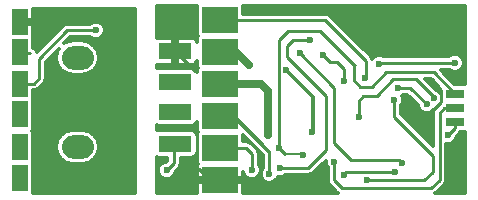
<source format=gbr>
G04 #@! TF.FileFunction,Copper,L2,Bot,Signal*
%FSLAX46Y46*%
G04 Gerber Fmt 4.6, Leading zero omitted, Abs format (unit mm)*
G04 Created by KiCad (PCBNEW 4.0.2-stable) date 2016-05-08 01:04:35*
%MOMM*%
G01*
G04 APERTURE LIST*
%ADD10C,0.020000*%
%ADD11R,2.800000X1.400000*%
%ADD12O,2.700000X2.000000*%
%ADD13R,1.524000X0.800000*%
%ADD14R,2.830000X1.400000*%
%ADD15R,1.400000X2.200000*%
%ADD16C,0.600000*%
%ADD17C,0.500000*%
%ADD18C,0.350000*%
%ADD19C,0.700000*%
%ADD20C,0.250000*%
%ADD21C,0.300000*%
%ADD22C,0.200000*%
%ADD23C,0.700000*%
G04 APERTURE END LIST*
D10*
D11*
X47600000Y-173650000D03*
D12*
X39350000Y-166350000D03*
X39350000Y-173900000D03*
D10*
G36*
X52900000Y-169700000D02*
X49900000Y-169700000D01*
X49900000Y-167500000D01*
X52900000Y-167500000D01*
X52900000Y-169700000D01*
X52900000Y-169700000D01*
G37*
G36*
X52900000Y-167000000D02*
X49900000Y-167000000D01*
X49900000Y-164800000D01*
X52900000Y-164800000D01*
X52900000Y-167000000D01*
X52900000Y-167000000D01*
G37*
G36*
X52900000Y-164300000D02*
X49900000Y-164300000D01*
X49900000Y-162100000D01*
X52900000Y-162100000D01*
X52900000Y-164300000D01*
X52900000Y-164300000D01*
G37*
G36*
X49900000Y-170200000D02*
X52900000Y-170200000D01*
X52900000Y-172400000D01*
X49900000Y-172400000D01*
X49900000Y-170200000D01*
X49900000Y-170200000D01*
G37*
G36*
X52900000Y-175100000D02*
X49900000Y-175100000D01*
X49900000Y-172900000D01*
X52900000Y-172900000D01*
X52900000Y-175100000D01*
X52900000Y-175100000D01*
G37*
G36*
X52900000Y-177800000D02*
X49900000Y-177800000D01*
X49900000Y-175600000D01*
X52900000Y-175600000D01*
X52900000Y-177800000D01*
X52900000Y-177800000D01*
G37*
D13*
X71300000Y-169400000D03*
X71300000Y-170600000D03*
X71300000Y-171800000D03*
D11*
X47600000Y-165800000D03*
X47600000Y-168400000D03*
D14*
X47600000Y-170950000D03*
D15*
X34450000Y-171150000D03*
X34450000Y-173950000D03*
X34450000Y-176550000D03*
X34450000Y-168550000D03*
X34450000Y-163350000D03*
X34450000Y-165900000D03*
D16*
X50450000Y-174300000D03*
D17*
X34700000Y-165950000D03*
D16*
X64900000Y-166900000D03*
X56450000Y-175700000D03*
X59000000Y-164900000D03*
X54100000Y-175900000D03*
X71300000Y-166800000D03*
X61900000Y-168300000D03*
X60100000Y-166100000D03*
X42250000Y-169150000D03*
X49050000Y-172250000D03*
D17*
X71350000Y-175900000D03*
D18*
X63750000Y-164150000D03*
D19*
X47600000Y-165800000D03*
D16*
X69150000Y-173300000D03*
X69350000Y-168300000D03*
X57000000Y-167400000D03*
X59200000Y-172650000D03*
D19*
X47650000Y-168200000D03*
D16*
X66200000Y-176000000D03*
X61900000Y-176300000D03*
X69500000Y-169800000D03*
X63150000Y-171400000D03*
X61100000Y-175150000D03*
X58450000Y-174600000D03*
X56400000Y-174000000D03*
X47600000Y-170950000D03*
X46900000Y-175900000D03*
D19*
X34700000Y-171250000D03*
X55500000Y-172900000D03*
X34700000Y-173950000D03*
X53900000Y-167000000D03*
D16*
X66150000Y-169900000D03*
X63900000Y-176750000D03*
X40900000Y-164050000D03*
X55600000Y-176200000D03*
D17*
X34650000Y-168400000D03*
D16*
X63700000Y-168100000D03*
D19*
X34700000Y-176550000D03*
D16*
X66850000Y-175300000D03*
X58200000Y-166000000D03*
X70700000Y-172900000D03*
X66500000Y-168900000D03*
X68900000Y-170300000D03*
D20*
X50450000Y-174300000D02*
X50750000Y-174000000D01*
X50750000Y-174000000D02*
X51400000Y-174000000D01*
X34150000Y-164950000D02*
X34250000Y-165050000D01*
X34250000Y-165050000D02*
X34350000Y-164950000D01*
X64950000Y-166900000D02*
X65000000Y-166800000D01*
X64950000Y-166950000D02*
X64950000Y-166900000D01*
X64900000Y-166900000D02*
X64950000Y-166950000D01*
X56450000Y-175700000D02*
X57500000Y-175700000D01*
X57500000Y-175700000D02*
X58900000Y-175700000D01*
X60400000Y-174200000D02*
X60400000Y-169600000D01*
X60400000Y-169600000D02*
X57100000Y-166300000D01*
X57100000Y-166300000D02*
X57100000Y-165400000D01*
X57100000Y-165400000D02*
X57600000Y-164900000D01*
X57600000Y-164900000D02*
X59000000Y-164900000D01*
X58900000Y-175700000D02*
X60400000Y-174200000D01*
X50550000Y-174450000D02*
X50700000Y-174000000D01*
X50700000Y-174000000D02*
X51400000Y-174000000D01*
X53600000Y-174000000D02*
X51400000Y-174000000D01*
X54100000Y-175900000D02*
X54100000Y-174500000D01*
X54100000Y-174500000D02*
X53600000Y-174000000D01*
X51700000Y-174000000D02*
X51400000Y-174000000D01*
X65000000Y-166800000D02*
X71300000Y-166800000D01*
X34700000Y-166000000D02*
X35350000Y-166000000D01*
X34700000Y-166000000D02*
X35150000Y-166000000D01*
X61900000Y-167300000D02*
X61900000Y-168300000D01*
X61300000Y-166700000D02*
X61900000Y-167300000D01*
X60700000Y-166700000D02*
X61300000Y-166700000D01*
X60100000Y-166100000D02*
X60700000Y-166700000D01*
D21*
X42250000Y-163900000D02*
X42250000Y-169150000D01*
X41650000Y-163300000D02*
X42250000Y-163900000D01*
X41650000Y-163300000D02*
X34750000Y-163300000D01*
D20*
X49050000Y-172250000D02*
X49300000Y-172500000D01*
X49300000Y-172500000D02*
X49350000Y-172500000D01*
X49350000Y-172500000D02*
X49500000Y-172650000D01*
X49500000Y-172650000D02*
X49500000Y-175700000D01*
X49500000Y-175700000D02*
X49600000Y-175800000D01*
X49600000Y-175800000D02*
X49600000Y-175850000D01*
X49600000Y-175850000D02*
X49600000Y-175800000D01*
X71100000Y-175800000D02*
X70950000Y-175650000D01*
X71250000Y-175800000D02*
X71100000Y-175800000D01*
X71350000Y-175900000D02*
X71250000Y-175800000D01*
X62950000Y-163350000D02*
X62650000Y-163350000D01*
X63750000Y-164150000D02*
X62950000Y-163350000D01*
X51400000Y-176700000D02*
X50500000Y-176700000D01*
X50500000Y-176700000D02*
X49600000Y-175800000D01*
X49600000Y-175800000D02*
X49300000Y-175500000D01*
X49300000Y-167500000D02*
X47600000Y-165800000D01*
X48500000Y-165350000D02*
X48750000Y-165526000D01*
X48750000Y-165526000D02*
X48500000Y-165950000D01*
X69400000Y-173050000D02*
X69150000Y-173300000D01*
X69400000Y-170850000D02*
X69400000Y-173050000D01*
X70150000Y-170100000D02*
X69400000Y-170850000D01*
X70150000Y-169100000D02*
X70150000Y-170100000D01*
X69350000Y-168300000D02*
X70150000Y-169100000D01*
X50700000Y-176700000D02*
X51400000Y-176700000D01*
D21*
X59250000Y-169650000D02*
X57000000Y-167400000D01*
X59250000Y-172600000D02*
X59250000Y-169650000D01*
X59200000Y-172650000D02*
X59250000Y-172600000D01*
D20*
X47650000Y-168200000D02*
X47460000Y-168390000D01*
X47460000Y-168390000D02*
X47400000Y-168350000D01*
X47750000Y-168090000D02*
X47624000Y-168216000D01*
X47624000Y-168216000D02*
X47400000Y-168050000D01*
X61900000Y-176200000D02*
X62100000Y-176000000D01*
X62100000Y-176000000D02*
X65500000Y-176000000D01*
X61900000Y-176200000D02*
X61900000Y-176300000D01*
X66200000Y-176000000D02*
X65500000Y-176000000D01*
X61900000Y-176300000D02*
X62000000Y-176200000D01*
X63550000Y-169600000D02*
X63150000Y-170000000D01*
X64700000Y-169600000D02*
X63550000Y-169600000D01*
X69500000Y-169700000D02*
X69500000Y-169800000D01*
X68000000Y-168200000D02*
X69500000Y-169700000D01*
X66100000Y-168200000D02*
X68000000Y-168200000D01*
X64700000Y-169600000D02*
X66100000Y-168200000D01*
X63150000Y-170000000D02*
X63150000Y-171400000D01*
X69200000Y-177400000D02*
X61750000Y-177400000D01*
X71300000Y-170600000D02*
X70400000Y-170600000D01*
X70000000Y-171000000D02*
X70400000Y-170600000D01*
X70000000Y-172900000D02*
X70000000Y-171000000D01*
X69200000Y-177400000D02*
X69300000Y-177400000D01*
X70000000Y-176700000D02*
X70000000Y-172900000D01*
X69300000Y-177400000D02*
X70000000Y-176700000D01*
X61100000Y-176750000D02*
X61100000Y-175150000D01*
X61750000Y-177400000D02*
X61100000Y-176750000D01*
D22*
X56900000Y-174500000D02*
X58350000Y-174500000D01*
X58450000Y-174600000D02*
X58350000Y-174500000D01*
X56900000Y-174500000D02*
X56400000Y-174000000D01*
D20*
X56900000Y-174500000D02*
X56400000Y-174000000D01*
X62750000Y-166950000D02*
X62750000Y-168250000D01*
X69500000Y-167600000D02*
X71300000Y-169400000D01*
X65500000Y-167600000D02*
X69500000Y-167600000D01*
X64300000Y-168800000D02*
X65500000Y-167600000D01*
X63300000Y-168800000D02*
X64300000Y-168800000D01*
X62750000Y-168250000D02*
X63300000Y-168800000D01*
X56400000Y-174000000D02*
X56400000Y-164900000D01*
X56400000Y-164900000D02*
X57200000Y-164100000D01*
X57200000Y-164100000D02*
X59900000Y-164100000D01*
X59900000Y-164100000D02*
X62750000Y-166950000D01*
X62750000Y-166950000D02*
X62800000Y-167000000D01*
X47500000Y-175300000D02*
X47500000Y-173650000D01*
X46900000Y-175900000D02*
X47500000Y-175300000D01*
D23*
X54900000Y-168600000D02*
X51400000Y-168600000D01*
X55500000Y-169200000D02*
X54900000Y-168600000D01*
X55500000Y-172900000D02*
X55500000Y-169200000D01*
X53900000Y-167000000D02*
X52800000Y-165900000D01*
X52800000Y-165900000D02*
X51400000Y-165900000D01*
D20*
X66150000Y-171400000D02*
X66150000Y-169900000D01*
X69450000Y-174700000D02*
X66150000Y-171400000D01*
X69450000Y-176000000D02*
X69450000Y-174700000D01*
X68700000Y-176750000D02*
X69450000Y-176000000D01*
X63900000Y-176750000D02*
X68700000Y-176750000D01*
X40900000Y-164050000D02*
X38500000Y-164050000D01*
X38500000Y-164050000D02*
X36100000Y-166450000D01*
D21*
X40900000Y-164050000D02*
X40850000Y-164000000D01*
D20*
X36100000Y-166450000D02*
X36100000Y-167150000D01*
X36100000Y-167150000D02*
X36100000Y-168100000D01*
X36100000Y-168100000D02*
X35650000Y-168550000D01*
X35650000Y-168550000D02*
X34700000Y-168550000D01*
D21*
X52600000Y-171300000D02*
X55600000Y-174300000D01*
D20*
X55600000Y-174300000D02*
X55600000Y-176200000D01*
D21*
X51400000Y-171300000D02*
X52600000Y-171300000D01*
D20*
X60300000Y-163200000D02*
X63750000Y-166650000D01*
X60300000Y-163200000D02*
X51400000Y-163200000D01*
X63700000Y-168100000D02*
X63750000Y-168050000D01*
X63750000Y-168050000D02*
X63750000Y-166650000D01*
X61100000Y-173000000D02*
X61100000Y-173600000D01*
X61100000Y-170200000D02*
X61100000Y-173000000D01*
X61100000Y-173600000D02*
X62500000Y-175000000D01*
X66550000Y-175000000D02*
X62500000Y-175000000D01*
X66850000Y-175300000D02*
X66550000Y-175000000D01*
X61100000Y-168900000D02*
X58200000Y-166000000D01*
X61100000Y-170300000D02*
X61100000Y-170200000D01*
X61100000Y-170200000D02*
X61100000Y-168900000D01*
X71300000Y-172300000D02*
X70700000Y-172900000D01*
X71300000Y-171800000D02*
X71300000Y-172300000D01*
X67500000Y-168900000D02*
X66500000Y-168900000D01*
X68900000Y-170300000D02*
X67500000Y-168900000D01*
D21*
G36*
X35572668Y-177828505D02*
X35608816Y-177650000D01*
X35608816Y-175450000D01*
X35577438Y-175283240D01*
X35556986Y-175251456D01*
X35572668Y-175228505D01*
X35608816Y-175050000D01*
X35608816Y-172850000D01*
X35577438Y-172683240D01*
X35490708Y-172548457D01*
X35572668Y-172428505D01*
X35608816Y-172250000D01*
X35608816Y-170050000D01*
X35577438Y-169883240D01*
X35556986Y-169851456D01*
X35572668Y-169828505D01*
X35608816Y-169650000D01*
X35608816Y-169125000D01*
X35650000Y-169125000D01*
X35870043Y-169081231D01*
X36056586Y-168956586D01*
X36506586Y-168506586D01*
X36631231Y-168320043D01*
X36675000Y-168100000D01*
X36675000Y-166688173D01*
X37739985Y-165623187D01*
X37625111Y-165795109D01*
X37514736Y-166350000D01*
X37625111Y-166904891D01*
X37939431Y-167375305D01*
X38409845Y-167689625D01*
X38964736Y-167800000D01*
X39735264Y-167800000D01*
X40290155Y-167689625D01*
X40760569Y-167375305D01*
X41074889Y-166904891D01*
X41185264Y-166350000D01*
X41074889Y-165795109D01*
X40760569Y-165324695D01*
X40290155Y-165010375D01*
X39735264Y-164900000D01*
X38964736Y-164900000D01*
X38409845Y-165010375D01*
X38237923Y-165125250D01*
X38738172Y-164625000D01*
X40414262Y-164625000D01*
X40474605Y-164685448D01*
X40750161Y-164799869D01*
X41048530Y-164800130D01*
X41324286Y-164686189D01*
X41535448Y-164475395D01*
X41649869Y-164199839D01*
X41650130Y-163901470D01*
X41536189Y-163625714D01*
X41325395Y-163414552D01*
X41049839Y-163300131D01*
X40751470Y-163299870D01*
X40475714Y-163413811D01*
X40414418Y-163475000D01*
X38500000Y-163475000D01*
X38279957Y-163518769D01*
X38093414Y-163643414D01*
X35893780Y-165843047D01*
X35881231Y-165779957D01*
X35756586Y-165593414D01*
X35608816Y-165494676D01*
X35608816Y-164800000D01*
X35577438Y-164633240D01*
X35567544Y-164617865D01*
X35600000Y-164539511D01*
X35600000Y-163612500D01*
X35487500Y-163500000D01*
X34600000Y-163500000D01*
X34600000Y-163520000D01*
X34300000Y-163520000D01*
X34300000Y-163500000D01*
X34280000Y-163500000D01*
X34280000Y-163200000D01*
X34300000Y-163200000D01*
X34300000Y-163180000D01*
X34600000Y-163180000D01*
X34600000Y-163200000D01*
X35487500Y-163200000D01*
X35600000Y-163087500D01*
X35600000Y-162250000D01*
X44250000Y-162250000D01*
X44250000Y-173900000D01*
X41185264Y-173900000D01*
X41074889Y-173345109D01*
X40760569Y-172874695D01*
X40290155Y-172560375D01*
X39735264Y-172450000D01*
X38964736Y-172450000D01*
X38409845Y-172560375D01*
X37939431Y-172874695D01*
X37625111Y-173345109D01*
X37514736Y-173900000D01*
X37625111Y-174454891D01*
X37939431Y-174925305D01*
X38409845Y-175239625D01*
X38964736Y-175350000D01*
X39735264Y-175350000D01*
X40290155Y-175239625D01*
X40760569Y-174925305D01*
X41074889Y-174454891D01*
X41185264Y-173900000D01*
X44250000Y-173900000D01*
X44250000Y-177850000D01*
X35557981Y-177850000D01*
X35572668Y-177828505D01*
X35572668Y-177828505D01*
G37*
X35572668Y-177828505D02*
X35608816Y-177650000D01*
X35608816Y-175450000D01*
X35577438Y-175283240D01*
X35556986Y-175251456D01*
X35572668Y-175228505D01*
X35608816Y-175050000D01*
X35608816Y-172850000D01*
X35577438Y-172683240D01*
X35490708Y-172548457D01*
X35572668Y-172428505D01*
X35608816Y-172250000D01*
X35608816Y-170050000D01*
X35577438Y-169883240D01*
X35556986Y-169851456D01*
X35572668Y-169828505D01*
X35608816Y-169650000D01*
X35608816Y-169125000D01*
X35650000Y-169125000D01*
X35870043Y-169081231D01*
X36056586Y-168956586D01*
X36506586Y-168506586D01*
X36631231Y-168320043D01*
X36675000Y-168100000D01*
X36675000Y-166688173D01*
X37739985Y-165623187D01*
X37625111Y-165795109D01*
X37514736Y-166350000D01*
X37625111Y-166904891D01*
X37939431Y-167375305D01*
X38409845Y-167689625D01*
X38964736Y-167800000D01*
X39735264Y-167800000D01*
X40290155Y-167689625D01*
X40760569Y-167375305D01*
X41074889Y-166904891D01*
X41185264Y-166350000D01*
X41074889Y-165795109D01*
X40760569Y-165324695D01*
X40290155Y-165010375D01*
X39735264Y-164900000D01*
X38964736Y-164900000D01*
X38409845Y-165010375D01*
X38237923Y-165125250D01*
X38738172Y-164625000D01*
X40414262Y-164625000D01*
X40474605Y-164685448D01*
X40750161Y-164799869D01*
X41048530Y-164800130D01*
X41324286Y-164686189D01*
X41535448Y-164475395D01*
X41649869Y-164199839D01*
X41650130Y-163901470D01*
X41536189Y-163625714D01*
X41325395Y-163414552D01*
X41049839Y-163300131D01*
X40751470Y-163299870D01*
X40475714Y-163413811D01*
X40414418Y-163475000D01*
X38500000Y-163475000D01*
X38279957Y-163518769D01*
X38093414Y-163643414D01*
X35893780Y-165843047D01*
X35881231Y-165779957D01*
X35756586Y-165593414D01*
X35608816Y-165494676D01*
X35608816Y-164800000D01*
X35577438Y-164633240D01*
X35567544Y-164617865D01*
X35600000Y-164539511D01*
X35600000Y-163612500D01*
X35487500Y-163500000D01*
X34600000Y-163500000D01*
X34600000Y-163520000D01*
X34300000Y-163520000D01*
X34300000Y-163500000D01*
X34280000Y-163500000D01*
X34280000Y-163200000D01*
X34300000Y-163200000D01*
X34300000Y-163180000D01*
X34600000Y-163180000D01*
X34600000Y-163200000D01*
X35487500Y-163200000D01*
X35600000Y-163087500D01*
X35600000Y-162250000D01*
X44250000Y-162250000D01*
X44250000Y-173900000D01*
X41185264Y-173900000D01*
X41074889Y-173345109D01*
X40760569Y-172874695D01*
X40290155Y-172560375D01*
X39735264Y-172450000D01*
X38964736Y-172450000D01*
X38409845Y-172560375D01*
X37939431Y-172874695D01*
X37625111Y-173345109D01*
X37514736Y-173900000D01*
X37625111Y-174454891D01*
X37939431Y-174925305D01*
X38409845Y-175239625D01*
X38964736Y-175350000D01*
X39735264Y-175350000D01*
X40290155Y-175239625D01*
X40760569Y-174925305D01*
X41074889Y-174454891D01*
X41185264Y-173900000D01*
X44250000Y-173900000D01*
X44250000Y-177850000D01*
X35557981Y-177850000D01*
X35572668Y-177828505D01*
G36*
X72150000Y-177849715D02*
X69649141Y-177844970D01*
X69706586Y-177806586D01*
X70406586Y-177106587D01*
X70531231Y-176920043D01*
X70535510Y-176898530D01*
X70575000Y-176700000D01*
X70575000Y-173649891D01*
X70848530Y-173650130D01*
X71124286Y-173536189D01*
X71335448Y-173325395D01*
X71449869Y-173049839D01*
X71449945Y-172963227D01*
X71706586Y-172706586D01*
X71738505Y-172658816D01*
X72062000Y-172658816D01*
X72150000Y-172642258D01*
X72150000Y-177849715D01*
X72150000Y-177849715D01*
G37*
X72150000Y-177849715D02*
X69649141Y-177844970D01*
X69706586Y-177806586D01*
X70406586Y-177106587D01*
X70531231Y-176920043D01*
X70535510Y-176898530D01*
X70575000Y-176700000D01*
X70575000Y-173649891D01*
X70848530Y-173650130D01*
X71124286Y-173536189D01*
X71335448Y-173325395D01*
X71449869Y-173049839D01*
X71449945Y-172963227D01*
X71706586Y-172706586D01*
X71738505Y-172658816D01*
X72062000Y-172658816D01*
X72150000Y-172642258D01*
X72150000Y-177849715D01*
G36*
X55025000Y-174573528D02*
X55025000Y-175714262D01*
X54964552Y-175774605D01*
X54850131Y-176050161D01*
X54849870Y-176348530D01*
X54963811Y-176624286D01*
X55174605Y-176835448D01*
X55450161Y-176949869D01*
X55748530Y-176950130D01*
X56024286Y-176836189D01*
X56235448Y-176625395D01*
X56308330Y-176449876D01*
X56598530Y-176450130D01*
X56874286Y-176336189D01*
X56935582Y-176275000D01*
X58900000Y-176275000D01*
X59120043Y-176231231D01*
X59306586Y-176106586D01*
X60350076Y-175063097D01*
X60349870Y-175298530D01*
X60463811Y-175574286D01*
X60525000Y-175635582D01*
X60525000Y-176750000D01*
X60561888Y-176935448D01*
X60568769Y-176970043D01*
X60693414Y-177156586D01*
X61343414Y-177806587D01*
X61377367Y-177829273D01*
X53355970Y-177814053D01*
X53358816Y-177800000D01*
X53358816Y-176850000D01*
X51550000Y-176850000D01*
X51550000Y-176870000D01*
X51250000Y-176870000D01*
X51250000Y-176850000D01*
X49441184Y-176850000D01*
X49441184Y-177800000D01*
X49442431Y-177806626D01*
X46100000Y-177800284D01*
X46100000Y-174788566D01*
X46200000Y-174808816D01*
X46925000Y-174808816D01*
X46925000Y-175061828D01*
X46836883Y-175149945D01*
X46751470Y-175149870D01*
X46475714Y-175263811D01*
X46264552Y-175474605D01*
X46150131Y-175750161D01*
X46149870Y-176048530D01*
X46263811Y-176324286D01*
X46474605Y-176535448D01*
X46750161Y-176649869D01*
X47048530Y-176650130D01*
X47324286Y-176536189D01*
X47535448Y-176325395D01*
X47649869Y-176049839D01*
X47649945Y-175963227D01*
X47906586Y-175706586D01*
X48031231Y-175520043D01*
X48036528Y-175493414D01*
X48075000Y-175300000D01*
X48075000Y-174808816D01*
X49000000Y-174808816D01*
X49166760Y-174777438D01*
X49319919Y-174678883D01*
X49422668Y-174528505D01*
X49441184Y-174437070D01*
X49441184Y-175100000D01*
X49472562Y-175266760D01*
X49526153Y-175350043D01*
X49477332Y-175421495D01*
X49441184Y-175600000D01*
X49441184Y-176550000D01*
X51250000Y-176550000D01*
X51250000Y-176530000D01*
X51550000Y-176530000D01*
X51550000Y-176550000D01*
X53358816Y-176550000D01*
X53358816Y-176070181D01*
X53463811Y-176324286D01*
X53674605Y-176535448D01*
X53950161Y-176649869D01*
X54248530Y-176650130D01*
X54524286Y-176536189D01*
X54735448Y-176325395D01*
X54849869Y-176049839D01*
X54850130Y-175751470D01*
X54736189Y-175475714D01*
X54675000Y-175414418D01*
X54675000Y-174500000D01*
X54631231Y-174279957D01*
X54506587Y-174093414D01*
X54006586Y-173593414D01*
X53820043Y-173468769D01*
X53600000Y-173425000D01*
X53358816Y-173425000D01*
X53358816Y-172907344D01*
X55025000Y-174573528D01*
X55025000Y-174573528D01*
G37*
X55025000Y-174573528D02*
X55025000Y-175714262D01*
X54964552Y-175774605D01*
X54850131Y-176050161D01*
X54849870Y-176348530D01*
X54963811Y-176624286D01*
X55174605Y-176835448D01*
X55450161Y-176949869D01*
X55748530Y-176950130D01*
X56024286Y-176836189D01*
X56235448Y-176625395D01*
X56308330Y-176449876D01*
X56598530Y-176450130D01*
X56874286Y-176336189D01*
X56935582Y-176275000D01*
X58900000Y-176275000D01*
X59120043Y-176231231D01*
X59306586Y-176106586D01*
X60350076Y-175063097D01*
X60349870Y-175298530D01*
X60463811Y-175574286D01*
X60525000Y-175635582D01*
X60525000Y-176750000D01*
X60561888Y-176935448D01*
X60568769Y-176970043D01*
X60693414Y-177156586D01*
X61343414Y-177806587D01*
X61377367Y-177829273D01*
X53355970Y-177814053D01*
X53358816Y-177800000D01*
X53358816Y-176850000D01*
X51550000Y-176850000D01*
X51550000Y-176870000D01*
X51250000Y-176870000D01*
X51250000Y-176850000D01*
X49441184Y-176850000D01*
X49441184Y-177800000D01*
X49442431Y-177806626D01*
X46100000Y-177800284D01*
X46100000Y-174788566D01*
X46200000Y-174808816D01*
X46925000Y-174808816D01*
X46925000Y-175061828D01*
X46836883Y-175149945D01*
X46751470Y-175149870D01*
X46475714Y-175263811D01*
X46264552Y-175474605D01*
X46150131Y-175750161D01*
X46149870Y-176048530D01*
X46263811Y-176324286D01*
X46474605Y-176535448D01*
X46750161Y-176649869D01*
X47048530Y-176650130D01*
X47324286Y-176536189D01*
X47535448Y-176325395D01*
X47649869Y-176049839D01*
X47649945Y-175963227D01*
X47906586Y-175706586D01*
X48031231Y-175520043D01*
X48036528Y-175493414D01*
X48075000Y-175300000D01*
X48075000Y-174808816D01*
X49000000Y-174808816D01*
X49166760Y-174777438D01*
X49319919Y-174678883D01*
X49422668Y-174528505D01*
X49441184Y-174437070D01*
X49441184Y-175100000D01*
X49472562Y-175266760D01*
X49526153Y-175350043D01*
X49477332Y-175421495D01*
X49441184Y-175600000D01*
X49441184Y-176550000D01*
X51250000Y-176550000D01*
X51250000Y-176530000D01*
X51550000Y-176530000D01*
X51550000Y-176550000D01*
X53358816Y-176550000D01*
X53358816Y-176070181D01*
X53463811Y-176324286D01*
X53674605Y-176535448D01*
X53950161Y-176649869D01*
X54248530Y-176650130D01*
X54524286Y-176536189D01*
X54735448Y-176325395D01*
X54849869Y-176049839D01*
X54850130Y-175751470D01*
X54736189Y-175475714D01*
X54675000Y-175414418D01*
X54675000Y-174500000D01*
X54631231Y-174279957D01*
X54506587Y-174093414D01*
X54006586Y-173593414D01*
X53820043Y-173468769D01*
X53600000Y-173425000D01*
X53358816Y-173425000D01*
X53358816Y-172907344D01*
X55025000Y-174573528D01*
G36*
X68149945Y-170363117D02*
X68149870Y-170448530D01*
X68263811Y-170724286D01*
X68474605Y-170935448D01*
X68750161Y-171049869D01*
X69048530Y-171050130D01*
X69324286Y-170936189D01*
X69465790Y-170794931D01*
X69425000Y-171000000D01*
X69425000Y-173861827D01*
X66725000Y-171161828D01*
X66725000Y-170385738D01*
X66785448Y-170325395D01*
X66899869Y-170049839D01*
X66900130Y-169751470D01*
X66827672Y-169576109D01*
X66924286Y-169536189D01*
X66985582Y-169475000D01*
X67261828Y-169475000D01*
X68149945Y-170363117D01*
X68149945Y-170363117D01*
G37*
X68149945Y-170363117D02*
X68149870Y-170448530D01*
X68263811Y-170724286D01*
X68474605Y-170935448D01*
X68750161Y-171049869D01*
X69048530Y-171050130D01*
X69324286Y-170936189D01*
X69465790Y-170794931D01*
X69425000Y-171000000D01*
X69425000Y-173861827D01*
X66725000Y-171161828D01*
X66725000Y-170385738D01*
X66785448Y-170325395D01*
X66899869Y-170049839D01*
X66900130Y-169751470D01*
X66827672Y-169576109D01*
X66924286Y-169536189D01*
X66985582Y-169475000D01*
X67261828Y-169475000D01*
X68149945Y-170363117D01*
G36*
X49441184Y-172400000D02*
X49472562Y-172566760D01*
X49526153Y-172650043D01*
X49477332Y-172721495D01*
X49445447Y-172878949D01*
X49427438Y-172783240D01*
X49328883Y-172630081D01*
X49178505Y-172527332D01*
X49000000Y-172491184D01*
X46200000Y-172491184D01*
X46100000Y-172510000D01*
X46100000Y-172091603D01*
X46185000Y-172108816D01*
X49015000Y-172108816D01*
X49181760Y-172077438D01*
X49334919Y-171978883D01*
X49437668Y-171828505D01*
X49441184Y-171811142D01*
X49441184Y-172400000D01*
X49441184Y-172400000D01*
G37*
X49441184Y-172400000D02*
X49472562Y-172566760D01*
X49526153Y-172650043D01*
X49477332Y-172721495D01*
X49445447Y-172878949D01*
X49427438Y-172783240D01*
X49328883Y-172630081D01*
X49178505Y-172527332D01*
X49000000Y-172491184D01*
X46200000Y-172491184D01*
X46100000Y-172510000D01*
X46100000Y-172091603D01*
X46185000Y-172108816D01*
X49015000Y-172108816D01*
X49181760Y-172077438D01*
X49334919Y-171978883D01*
X49437668Y-171828505D01*
X49441184Y-171811142D01*
X49441184Y-172400000D01*
G36*
X70080471Y-168993644D02*
X70079184Y-169000000D01*
X70079184Y-169318609D01*
X69925395Y-169164552D01*
X69672865Y-169059692D01*
X68788172Y-168175000D01*
X69261828Y-168175000D01*
X70080471Y-168993644D01*
X70080471Y-168993644D01*
G37*
X70080471Y-168993644D02*
X70079184Y-169000000D01*
X70079184Y-169318609D01*
X69925395Y-169164552D01*
X69672865Y-169059692D01*
X68788172Y-168175000D01*
X69261828Y-168175000D01*
X70080471Y-168993644D01*
G36*
X72150000Y-168559004D02*
X72062000Y-168541184D01*
X71254357Y-168541184D01*
X70088172Y-167375000D01*
X70814262Y-167375000D01*
X70874605Y-167435448D01*
X71150161Y-167549869D01*
X71448530Y-167550130D01*
X71724286Y-167436189D01*
X71935448Y-167225395D01*
X72049869Y-166949839D01*
X72050130Y-166651470D01*
X71936189Y-166375714D01*
X71725395Y-166164552D01*
X71449839Y-166050131D01*
X71151470Y-166049870D01*
X70875714Y-166163811D01*
X70814418Y-166225000D01*
X65230143Y-166225000D01*
X65049839Y-166150131D01*
X64751470Y-166149870D01*
X64475714Y-166263811D01*
X64285877Y-166453317D01*
X64281231Y-166429957D01*
X64156587Y-166243414D01*
X60706586Y-162793414D01*
X60520043Y-162668769D01*
X60300000Y-162625000D01*
X53358816Y-162625000D01*
X53358816Y-162100000D01*
X53340000Y-162000000D01*
X72150000Y-162000000D01*
X72150000Y-168559004D01*
X72150000Y-168559004D01*
G37*
X72150000Y-168559004D02*
X72062000Y-168541184D01*
X71254357Y-168541184D01*
X70088172Y-167375000D01*
X70814262Y-167375000D01*
X70874605Y-167435448D01*
X71150161Y-167549869D01*
X71448530Y-167550130D01*
X71724286Y-167436189D01*
X71935448Y-167225395D01*
X72049869Y-166949839D01*
X72050130Y-166651470D01*
X71936189Y-166375714D01*
X71725395Y-166164552D01*
X71449839Y-166050131D01*
X71151470Y-166049870D01*
X70875714Y-166163811D01*
X70814418Y-166225000D01*
X65230143Y-166225000D01*
X65049839Y-166150131D01*
X64751470Y-166149870D01*
X64475714Y-166263811D01*
X64285877Y-166453317D01*
X64281231Y-166429957D01*
X64156587Y-166243414D01*
X60706586Y-162793414D01*
X60520043Y-162668769D01*
X60300000Y-162625000D01*
X53358816Y-162625000D01*
X53358816Y-162100000D01*
X53340000Y-162000000D01*
X72150000Y-162000000D01*
X72150000Y-168559004D01*
G36*
X49441184Y-162100000D02*
X49441184Y-164300000D01*
X49472562Y-164466760D01*
X49526153Y-164550043D01*
X49477332Y-164621495D01*
X49441184Y-164800000D01*
X49441184Y-164989206D01*
X49381492Y-164845096D01*
X49254905Y-164718509D01*
X49089511Y-164650000D01*
X47862500Y-164650000D01*
X47750000Y-164762500D01*
X47750000Y-165650000D01*
X47770000Y-165650000D01*
X47770000Y-165950000D01*
X47750000Y-165950000D01*
X47750000Y-166837500D01*
X47862500Y-166950000D01*
X49089511Y-166950000D01*
X49254905Y-166881491D01*
X49381492Y-166754904D01*
X49441184Y-166610794D01*
X49441184Y-167000000D01*
X49472562Y-167166760D01*
X49526153Y-167250043D01*
X49477332Y-167321495D01*
X49441184Y-167500000D01*
X49441184Y-167606294D01*
X49427438Y-167533240D01*
X49328883Y-167380081D01*
X49178505Y-167277332D01*
X49000000Y-167241184D01*
X46200000Y-167241184D01*
X46100000Y-167260000D01*
X46100000Y-166945655D01*
X46110489Y-166950000D01*
X47337500Y-166950000D01*
X47450000Y-166837500D01*
X47450000Y-165950000D01*
X47430000Y-165950000D01*
X47430000Y-165650000D01*
X47450000Y-165650000D01*
X47450000Y-164762500D01*
X47337500Y-164650000D01*
X46110489Y-164650000D01*
X46100000Y-164654345D01*
X46100000Y-162000000D01*
X49461434Y-162000000D01*
X49441184Y-162100000D01*
X49441184Y-162100000D01*
G37*
X49441184Y-162100000D02*
X49441184Y-164300000D01*
X49472562Y-164466760D01*
X49526153Y-164550043D01*
X49477332Y-164621495D01*
X49441184Y-164800000D01*
X49441184Y-164989206D01*
X49381492Y-164845096D01*
X49254905Y-164718509D01*
X49089511Y-164650000D01*
X47862500Y-164650000D01*
X47750000Y-164762500D01*
X47750000Y-165650000D01*
X47770000Y-165650000D01*
X47770000Y-165950000D01*
X47750000Y-165950000D01*
X47750000Y-166837500D01*
X47862500Y-166950000D01*
X49089511Y-166950000D01*
X49254905Y-166881491D01*
X49381492Y-166754904D01*
X49441184Y-166610794D01*
X49441184Y-167000000D01*
X49472562Y-167166760D01*
X49526153Y-167250043D01*
X49477332Y-167321495D01*
X49441184Y-167500000D01*
X49441184Y-167606294D01*
X49427438Y-167533240D01*
X49328883Y-167380081D01*
X49178505Y-167277332D01*
X49000000Y-167241184D01*
X46200000Y-167241184D01*
X46100000Y-167260000D01*
X46100000Y-166945655D01*
X46110489Y-166950000D01*
X47337500Y-166950000D01*
X47450000Y-166837500D01*
X47450000Y-165950000D01*
X47430000Y-165950000D01*
X47430000Y-165650000D01*
X47450000Y-165650000D01*
X47450000Y-164762500D01*
X47337500Y-164650000D01*
X46110489Y-164650000D01*
X46100000Y-164654345D01*
X46100000Y-162000000D01*
X49461434Y-162000000D01*
X49441184Y-162100000D01*
M02*

</source>
